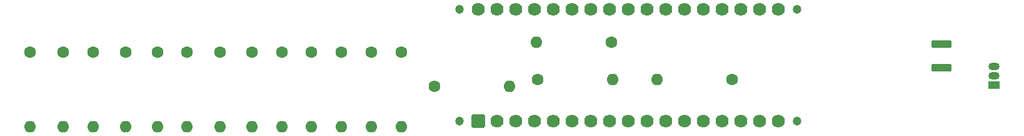
<source format=gbr>
%TF.GenerationSoftware,KiCad,Pcbnew,7.0.9*%
%TF.CreationDate,2025-01-11T11:52:05-05:00*%
%TF.ProjectId,PropellerClock,50726f70-656c-46c6-9572-436c6f636b2e,rev?*%
%TF.SameCoordinates,Original*%
%TF.FileFunction,Soldermask,Bot*%
%TF.FilePolarity,Negative*%
%FSLAX46Y46*%
G04 Gerber Fmt 4.6, Leading zero omitted, Abs format (unit mm)*
G04 Created by KiCad (PCBNEW 7.0.9) date 2025-01-11 11:52:05*
%MOMM*%
%LPD*%
G01*
G04 APERTURE LIST*
G04 Aperture macros list*
%AMRoundRect*
0 Rectangle with rounded corners*
0 $1 Rounding radius*
0 $2 $3 $4 $5 $6 $7 $8 $9 X,Y pos of 4 corners*
0 Add a 4 corners polygon primitive as box body*
4,1,4,$2,$3,$4,$5,$6,$7,$8,$9,$2,$3,0*
0 Add four circle primitives for the rounded corners*
1,1,$1+$1,$2,$3*
1,1,$1+$1,$4,$5*
1,1,$1+$1,$6,$7*
1,1,$1+$1,$8,$9*
0 Add four rect primitives between the rounded corners*
20,1,$1+$1,$2,$3,$4,$5,0*
20,1,$1+$1,$4,$5,$6,$7,0*
20,1,$1+$1,$6,$7,$8,$9,0*
20,1,$1+$1,$8,$9,$2,$3,0*%
G04 Aperture macros list end*
%ADD10C,1.600000*%
%ADD11O,1.600000X1.600000*%
%ADD12R,1.500000X1.050000*%
%ADD13O,1.500000X1.050000*%
%ADD14C,1.200000*%
%ADD15RoundRect,0.102000X0.787400X-0.787400X0.787400X0.787400X-0.787400X0.787400X-0.787400X-0.787400X0*%
%ADD16C,1.778800*%
%ADD17RoundRect,0.102000X-1.250000X-0.375000X1.250000X-0.375000X1.250000X0.375000X-1.250000X0.375000X0*%
G04 APERTURE END LIST*
D10*
%TO.C,R1*%
X130028800Y-83566000D03*
D11*
X130028800Y-93726000D03*
%TD*%
D10*
%TO.C,R14*%
X148463000Y-87299800D03*
D11*
X158623000Y-87299800D03*
%TD*%
D10*
%TO.C,R6*%
X109778800Y-83566000D03*
D11*
X109778800Y-93726000D03*
%TD*%
%TO.C,R18*%
X148361400Y-82194400D03*
D10*
X158521400Y-82194400D03*
%TD*%
%TO.C,R10*%
X92710000Y-83540600D03*
D11*
X92710000Y-93700600D03*
%TD*%
D12*
%TO.C,U2*%
X210286600Y-88061800D03*
D13*
X210286600Y-86791800D03*
X210286600Y-85521800D03*
%TD*%
D10*
%TO.C,R5*%
X113828800Y-83566000D03*
D11*
X113828800Y-93726000D03*
%TD*%
D10*
%TO.C,R8*%
X84251800Y-83540600D03*
D11*
X84251800Y-93700600D03*
%TD*%
D10*
%TO.C,R7*%
X79781400Y-83540600D03*
D11*
X79781400Y-93700600D03*
%TD*%
%TO.C,R17*%
X144703800Y-88163400D03*
D10*
X134543800Y-88163400D03*
%TD*%
%TO.C,R12*%
X101015800Y-83540600D03*
D11*
X101015800Y-93700600D03*
%TD*%
D10*
%TO.C,R13*%
X105511600Y-83566000D03*
D11*
X105511600Y-93726000D03*
%TD*%
D14*
%TO.C,MS1*%
X137896600Y-92964000D03*
X183616600Y-92964000D03*
X137896600Y-77724000D03*
X183616600Y-77724000D03*
D15*
X140436600Y-92964000D03*
D16*
X142976600Y-92964000D03*
X145516600Y-92964000D03*
X148056600Y-92964000D03*
X150596600Y-92964000D03*
X153136600Y-92964000D03*
X155676600Y-92964000D03*
X158216600Y-92964000D03*
X160756600Y-92964000D03*
X163296600Y-92964000D03*
X165836600Y-92964000D03*
X168376600Y-92964000D03*
X170916600Y-92964000D03*
X173456600Y-92964000D03*
X175996600Y-92964000D03*
X178536600Y-92964000D03*
X181076600Y-92964000D03*
X181076600Y-77724000D03*
X178536600Y-77724000D03*
X175996600Y-77724000D03*
X173456600Y-77724000D03*
X170916600Y-77724000D03*
X168376600Y-77724000D03*
X165836600Y-77724000D03*
X163296600Y-77724000D03*
X160756600Y-77724000D03*
X158216600Y-77724000D03*
X155676600Y-77724000D03*
X153136600Y-77724000D03*
X150596600Y-77724000D03*
X148056600Y-77724000D03*
X145516600Y-77724000D03*
X142976600Y-77724000D03*
X140436600Y-77724000D03*
%TD*%
D10*
%TO.C,R11*%
X96977200Y-83540600D03*
D11*
X96977200Y-93700600D03*
%TD*%
D10*
%TO.C,R4*%
X117878800Y-83566000D03*
D11*
X117878800Y-93726000D03*
%TD*%
D10*
%TO.C,R3*%
X121928800Y-83566000D03*
D11*
X121928800Y-93726000D03*
%TD*%
D10*
%TO.C,R2*%
X125978800Y-83566000D03*
D11*
X125978800Y-93726000D03*
%TD*%
D10*
%TO.C,R9*%
X88315800Y-83540600D03*
D11*
X88315800Y-93700600D03*
%TD*%
D10*
%TO.C,R16*%
X174853600Y-87223600D03*
D11*
X164693600Y-87223600D03*
%TD*%
D17*
%TO.C,B1*%
X203160800Y-82398200D03*
X203160800Y-85648200D03*
%TD*%
M02*

</source>
